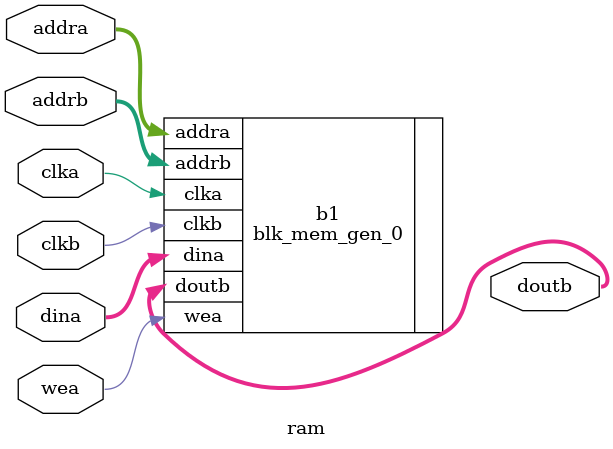
<source format=v>
module ram(
	input clka,
	input clkb,
	input wea, // 1 then write, 0 then read
	input [7:0] addra, 
	input [7:0]addrb, //address bus
	input [7:0] dina, // input data bus
	output [7:0] doutb // output data bus
);

  blk_mem_gen_0 b1 (
  .clka  (clka),
  .wea   (wea),
  .addra (addra),
  .dina  (dina),
  .clkb  (clkb),
  .addrb (addrb),
  .doutb (doutb)
);
endmodule

</source>
